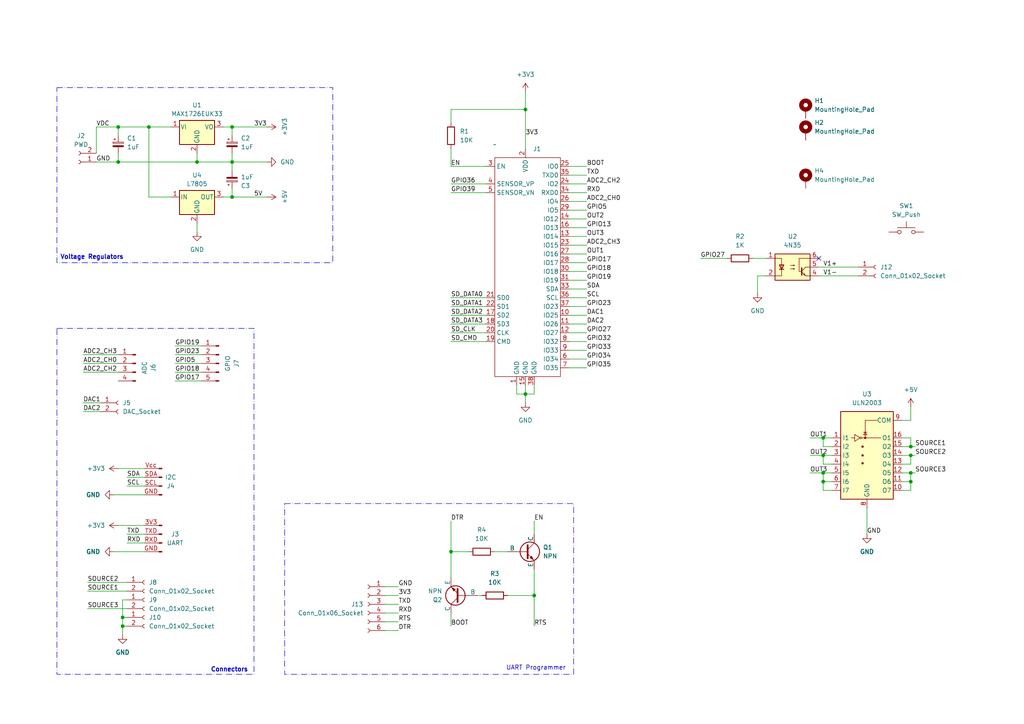
<source format=kicad_sch>
(kicad_sch (version 20231120) (generator "eeschema") (generator_version "8.0")
  (paper "A4")
  (lib_symbols
    (symbol "Alexander_Library_Symbols:Conn_I2C_01x04" (pin_names (offset 1.016) hide)
      (property "Reference" "J" (at 0 5.08 0))
      (property "Value" "I2C" (at 0 -7.62 0))
      (symbol "Conn_I2C_01x04_1_1"
        (polyline (pts (xy 1.27 -5.08) (xy 0.8636 -5.08)) (stroke (width 0.1524)))
        (polyline (pts (xy 1.27 -2.54) (xy 0.8636 -2.54)) (stroke (width 0.1524)))
        (polyline (pts (xy 1.27 0) (xy 0.8636 0)) (stroke (width 0.1524)))
        (polyline (pts (xy 1.27 2.54) (xy 0.8636 2.54)) (stroke (width 0.1524)))
        (rectangle (start 0.8636 -4.953) (end 0 -5.207) (stroke (width 0.1524)) (fill (type outline)))
        (rectangle (start 0.8636 -2.413) (end 0 -2.667) (stroke (width 0.1524)) (fill (type outline)))
        (rectangle (start 0.8636 0.127) (end 0 -0.127) (stroke (width 0.1524)) (fill (type outline)))
        (rectangle (start 0.8636 2.667) (end 0 2.413) (stroke (width 0.1524)) (fill (type outline)))
        (pin power_out line (at 5.08 -5.08 180) (length 3.81) (name "GND") (number "GND"))
        (pin bidirectional line (at 5.08 -2.54 180) (length 3.81) (name "SCL") (number "SCL"))
        (pin bidirectional line (at 5.08 0 180) (length 3.81) (name "SDA") (number "SDA"))
        (pin power_in line (at 5.08 2.54 180) (length 3.81) (name "VCC") (number "Vcc"))
      )
    )
    (symbol "Alexander_Library_Symbols:ESP32-WROOM-32D-SOCKET"
      (property "Reference" "J" (at 0 0 0))
      (symbol "ESP32-WROOM-32D-SOCKET_0_1"
        (rectangle (start 0 -3.81) (end 19.05 -67.31))
      )
      (symbol "ESP32-WROOM-32D-SOCKET_1_1"
        (pin power_out line (at 6.35 -69.85 90) (length 2.54) (name "GND") (number "1"))
        (pin bidirectional line (at 21.59 -49.53 180) (length 2.54) (name "IO25") (number "10"))
        (pin bidirectional line (at 21.59 -52.07 180) (length 2.54) (name "IO26") (number "11"))
        (pin bidirectional line (at 21.59 -54.61 180) (length 2.54) (name "IO27") (number "12"))
        (pin bidirectional line (at 21.59 -26.67 180) (length 2.54) (name "IO14") (number "13"))
        (pin bidirectional line (at 21.59 -21.59 180) (length 2.54) (name "IO12") (number "14"))
        (pin power_out line (at 8.89 -69.85 90) (length 2.54) (name "GND") (number "15"))
        (pin bidirectional line (at 21.59 -24.13 180) (length 2.54) (name "IO13") (number "16"))
        (pin input line (at -2.54 -49.53 0) (length 2.54) (name "SD2") (number "17"))
        (pin input line (at -2.54 -52.07 0) (length 2.54) (name "SD3") (number "18"))
        (pin input line (at -2.54 -57.15 0) (length 2.54) (name "CMD") (number "19"))
        (pin power_in line (at 8.89 -1.27 270) (length 2.54) (name "VDD") (number "2"))
        (pin input line (at -2.54 -54.61 0) (length 2.54) (name "CLK") (number "20"))
        (pin input line (at -2.54 -44.45 0) (length 2.54) (name "SD0") (number "21"))
        (pin input line (at -2.54 -46.99 0) (length 2.54) (name "SD1") (number "22"))
        (pin bidirectional line (at 21.59 -29.21 180) (length 2.54) (name "IO15") (number "23"))
        (pin bidirectional line (at 21.59 -11.43 180) (length 2.54) (name "IO2") (number "24"))
        (pin bidirectional line (at 21.59 -6.35 180) (length 2.54) (name "IO0") (number "25"))
        (pin bidirectional line (at 21.59 -16.51 180) (length 2.54) (name "IO4") (number "26"))
        (pin bidirectional line (at 21.59 -31.75 180) (length 2.54) (name "IO16") (number "27"))
        (pin bidirectional line (at 21.59 -34.29 180) (length 2.54) (name "IO17") (number "28"))
        (pin bidirectional line (at 21.59 -19.05 180) (length 2.54) (name "IO5") (number "29"))
        (pin input line (at -2.54 -6.35 0) (length 2.54) (name "EN") (number "3"))
        (pin bidirectional line (at 21.59 -36.83 180) (length 2.54) (name "IO18") (number "30"))
        (pin bidirectional line (at 21.59 -39.37 180) (length 2.54) (name "IO19") (number "31"))
        (pin bidirectional line (at 21.59 -41.91 180) (length 2.54) (name "SDA") (number "33"))
        (pin input line (at 21.59 -13.97 180) (length 2.54) (name "RXD0") (number "34"))
        (pin output line (at 21.59 -8.89 180) (length 2.54) (name "TXD0") (number "35"))
        (pin bidirectional line (at 21.59 -44.45 180) (length 2.54) (name "SCL") (number "36"))
        (pin bidirectional line (at 21.59 -46.99 180) (length 2.54) (name "IO23") (number "37"))
        (pin power_out line (at 11.43 -69.85 90) (length 2.54) (name "GND") (number "38"))
        (pin input line (at -2.54 -11.43 0) (length 2.54) (name "SENSOR_VP") (number "4"))
        (pin input line (at -2.54 -13.97 0) (length 2.54) (name "SENSOR_VN") (number "5"))
        (pin bidirectional line (at 21.59 -62.23 180) (length 2.54) (name "IO34") (number "6"))
        (pin bidirectional line (at 21.59 -64.77 180) (length 2.54) (name "IO35") (number "7"))
        (pin bidirectional line (at 21.59 -57.15 180) (length 2.54) (name "IO32") (number "8"))
        (pin bidirectional line (at 21.59 -59.69 180) (length 2.54) (name "IO33") (number "9"))
      )
    )
    (symbol "Conn_UART_1" (pin_names (offset 1.016) hide)
      (property "Reference" "J" (at 1.27 3.81 0))
      (property "Value" "UART" (at 2.54 -10.16 0))
      (symbol "Conn_UART_1_1_1"
        (polyline (pts (xy 1.27 -7.62) (xy 0.8636 -7.62)) (stroke (width 0.1524)))
        (polyline (pts (xy 1.27 -5.08) (xy 0.8636 -5.08)) (stroke (width 0.1524)))
        (polyline (pts (xy 1.27 -2.54) (xy 0.8636 -2.54)) (stroke (width 0.1524)))
        (polyline (pts (xy 1.27 0) (xy 0.8636 0)) (stroke (width 0.1524)))
        (rectangle (start 0.8636 -7.493) (end 0 -7.747) (stroke (width 0.1524)) (fill (type outline)))
        (rectangle (start 0.8636 -4.953) (end 0 -5.207) (stroke (width 0.1524)) (fill (type outline)))
        (rectangle (start 0.8636 -2.413) (end 0 -2.667) (stroke (width 0.1524)) (fill (type outline)))
        (rectangle (start 0.8636 0.127) (end 0 -0.127) (stroke (width 0.1524)) (fill (type outline)))
        (pin power_in line (at 5.08 0 180) (length 3.81) (name "3V3") (number "3V3"))
        (pin power_out line (at 5.08 -7.62 180) (length 3.81) (name "GND") (number "GND"))
        (pin input line (at 5.08 -5.08 180) (length 3.81) (name "RXD") (number "RXD"))
        (pin output line (at 5.08 -2.54 180) (length 3.81) (name "TXD") (number "TXD"))
      )
    )
    (symbol "Connector:Conn_01x02_Socket" (pin_names (offset 1.016) hide)
      (property "Reference" "J" (at 0 2.54 0))
      (property "Value" "Conn_01x02_Socket" (at 0 -5.08 0))
      (symbol "Conn_01x02_Socket_1_1"
        (arc (start 0 -2.032) (mid -0.5058 -2.54) (end 0 -3.048) (stroke (width 0.1524)))
        (polyline (pts (xy -1.27 -2.54) (xy -0.508 -2.54)) (stroke (width 0.1524)))
        (polyline (pts (xy -1.27 0) (xy -0.508 0)) (stroke (width 0.1524)))
        (arc (start 0 0.508) (mid -0.5058 0) (end 0 -0.508) (stroke (width 0.1524)))
        (pin passive line (at -5.08 0 0) (length 3.81) (name "Pin_1") (number "1"))
        (pin passive line (at -5.08 -2.54 0) (length 3.81) (name "Pin_2") (number "2"))
      )
    )
    (symbol "Connector:Conn_01x04_Pin" (pin_names (offset 1.016) hide)
      (property "Reference" "J" (at 0 5.08 0))
      (property "Value" "I2C" (at 0 -7.62 0))
      (symbol "Conn_01x04_Pin_1_1"
        (polyline (pts (xy 1.27 -5.08) (xy 0.8636 -5.08)) (stroke (width 0.1524)))
        (polyline (pts (xy 1.27 -2.54) (xy 0.8636 -2.54)) (stroke (width 0.1524)))
        (polyline (pts (xy 1.27 0) (xy 0.8636 0)) (stroke (width 0.1524)))
        (polyline (pts (xy 1.27 2.54) (xy 0.8636 2.54)) (stroke (width 0.1524)))
        (rectangle (start 0.8636 -4.953) (end 0 -5.207) (stroke (width 0.1524)) (fill (type outline)))
        (rectangle (start 0.8636 -2.413) (end 0 -2.667) (stroke (width 0.1524)) (fill (type outline)))
        (rectangle (start 0.8636 0.127) (end 0 -0.127) (stroke (width 0.1524)) (fill (type outline)))
        (rectangle (start 0.8636 2.667) (end 0 2.413) (stroke (width 0.1524)) (fill (type outline)))
        (pin passive line (at 5.08 2.54 180) (length 3.81) (name "Pin_1") (number "1"))
        (pin passive line (at 5.08 0 180) (length 3.81) (name "Pin_2") (number "2"))
        (pin passive line (at 5.08 -2.54 180) (length 3.81) (name "Pin_3") (number "3"))
        (pin passive line (at 5.08 -5.08 180) (length 3.81) (name "Pin_4") (number "4"))
      )
    )
    (symbol "Connector:Conn_01x05_Pin" (pin_names (offset 1.016) hide)
      (property "Reference" "J" (at 0 7.62 0))
      (property "Value" "Conn_01x05_Pin" (at 0 -7.62 0))
      (symbol "Conn_01x05_Pin_1_1"
        (polyline (pts (xy 1.27 -5.08) (xy 0.8636 -5.08)) (stroke (width 0.1524)))
        (polyline (pts (xy 1.27 -2.54) (xy 0.8636 -2.54)) (stroke (width 0.1524)))
        (polyline (pts (xy 1.27 0) (xy 0.8636 0)) (stroke (width 0.1524)))
        (polyline (pts (xy 1.27 2.54) (xy 0.8636 2.54)) (stroke (width 0.1524)))
        (polyline (pts (xy 1.27 5.08) (xy 0.8636 5.08)) (stroke (width 0.1524)))
        (rectangle (start 0.8636 -4.953) (end 0 -5.207) (stroke (width 0.1524)) (fill (type outline)))
        (rectangle (start 0.8636 -2.413) (end 0 -2.667) (stroke (width 0.1524)) (fill (type outline)))
        (rectangle (start 0.8636 0.127) (end 0 -0.127) (stroke (width 0.1524)) (fill (type outline)))
        (rectangle (start 0.8636 2.667) (end 0 2.413) (stroke (width 0.1524)) (fill (type outline)))
        (rectangle (start 0.8636 5.207) (end 0 4.953) (stroke (width 0.1524)) (fill (type outline)))
        (pin passive line (at 5.08 5.08 180) (length 3.81) (name "Pin_1") (number "1"))
        (pin passive line (at 5.08 2.54 180) (length 3.81) (name "Pin_2") (number "2"))
        (pin passive line (at 5.08 0 180) (length 3.81) (name "Pin_3") (number "3"))
        (pin passive line (at 5.08 -2.54 180) (length 3.81) (name "Pin_4") (number "4"))
        (pin passive line (at 5.08 -5.08 180) (length 3.81) (name "Pin_5") (number "5"))
      )
    )
    (symbol "Connector:Conn_01x06_Socket" (pin_names (offset 1.016) hide)
      (property "Reference" "J" (at 0 7.62 0))
      (property "Value" "Conn_01x06_Socket" (at 0 -10.16 0))
      (symbol "Conn_01x06_Socket_1_1"
        (arc (start 0 -7.112) (mid -0.5058 -7.62) (end 0 -8.128) (stroke (width 0.1524)))
        (arc (start 0 -4.572) (mid -0.5058 -5.08) (end 0 -5.588) (stroke (width 0.1524)))
        (arc (start 0 -2.032) (mid -0.5058 -2.54) (end 0 -3.048) (stroke (width 0.1524)))
        (polyline (pts (xy -1.27 -7.62) (xy -0.508 -7.62)) (stroke (width 0.1524)))
        (polyline (pts (xy -1.27 -5.08) (xy -0.508 -5.08)) (stroke (width 0.1524)))
        (polyline (pts (xy -1.27 -2.54) (xy -0.508 -2.54)) (stroke (width 0.1524)))
        (polyline (pts (xy -1.27 0) (xy -0.508 0)) (stroke (width 0.1524)))
        (polyline (pts (xy -1.27 2.54) (xy -0.508 2.54)) (stroke (width 0.1524)))
        (polyline (pts (xy -1.27 5.08) (xy -0.508 5.08)) (stroke (width 0.1524)))
        (arc (start 0 0.508) (mid -0.5058 0) (end 0 -0.508) (stroke (width 0.1524)))
        (arc (start 0 3.048) (mid -0.5058 2.54) (end 0 2.032) (stroke (width 0.1524)))
        (arc (start 0 5.588) (mid -0.5058 5.08) (end 0 4.572) (stroke (width 0.1524)))
        (pin passive line (at -5.08 5.08 0) (length 3.81) (name "Pin_1") (number "1"))
        (pin passive line (at -5.08 2.54 0) (length 3.81) (name "Pin_2") (number "2"))
        (pin passive line (at -5.08 0 0) (length 3.81) (name "Pin_3") (number "3"))
        (pin passive line (at -5.08 -2.54 0) (length 3.81) (name "Pin_4") (number "4"))
        (pin passive line (at -5.08 -5.08 0) (length 3.81) (name "Pin_5") (number "5"))
        (pin passive line (at -5.08 -7.62 0) (length 3.81) (name "Pin_6") (number "6"))
      )
    )
    (symbol "Device:C_Polarized_Small" (pin_numbers hide) (pin_names (offset 0.254) hide)
      (property "Reference" "C" (at 0.254 1.778 0))
      (property "Value" "C_Polarized_Small" (at 0.254 -2.032 0))
      (symbol "C_Polarized_Small_0_1"
        (rectangle (start -1.524 -0.3048) (end 1.524 -0.6858) (fill (type outline)))
        (rectangle (start -1.524 0.6858) (end 1.524 0.3048))
        (polyline (pts (xy -1.27 1.524) (xy -0.762 1.524)))
        (polyline (pts (xy -1.016 1.27) (xy -1.016 1.778)))
      )
      (symbol "C_Polarized_Small_1_1"
        (pin passive line (at 0 2.54 270) (length 1.8542) (name "~") (number "1"))
        (pin passive line (at 0 -2.54 90) (length 1.8542) (name "~") (number "2"))
      )
    )
    (symbol "Device:R" (pin_numbers hide) (pin_names (offset 0))
      (property "Reference" "R" (at 2.032 0 90))
      (property "Value" "R" (at 0 0 90))
      (symbol "R_0_1"
        (rectangle (start -1.016 -2.54) (end 1.016 2.54) (stroke (width 0.254)))
      )
      (symbol "R_1_1"
        (pin passive line (at 0 3.81 270) (length 1.27) (name "~") (number "1"))
        (pin passive line (at 0 -3.81 90) (length 1.27) (name "~") (number "2"))
      )
    )
    (symbol "GND_1" (power) (pin_numbers hide) (pin_names (offset 0) hide)
      (property "Value" "GND" (at 0 -3.81 0))
      (symbol "GND_1_0_1"
        (polyline (pts (xy 0 0) (xy 0 -1.27) (xy 1.27 -1.27) (xy 0 -2.54) (xy -1.27 -1.27) (xy 0 -1.27)))
      )
      (symbol "GND_1_1_1"
        (pin power_in line (at 0 0 270) (length 0) (name "~") (number "1"))
      )
    )
    (symbol "GND_2" (power) (pin_numbers hide) (pin_names (offset 0) hide)
      (property "Value" "GND" (at 0 -3.81 0))
      (symbol "GND_2_0_1"
        (polyline (pts (xy 0 0) (xy 0 -1.27) (xy 1.27 -1.27) (xy 0 -2.54) (xy -1.27 -1.27) (xy 0 -1.27)))
      )
      (symbol "GND_2_1_1"
        (pin power_in line (at 0 0 270) (length 0) (name "~") (number "1"))
      )
    )
    (symbol "Isolator:4N35" (pin_names (offset 1.016))
      (property "Reference" "U" (at -5.08 5.08 0))
      (property "Value" "4N35" (at 0 5.08 0))
      (symbol "4N35_0_1"
        (rectangle (start -5.08 3.81) (end 5.08 -3.81) (stroke (width 0.254)) (fill (type background)))
        (polyline (pts (xy -3.81 -0.635) (xy -2.54 -0.635)) (stroke (width 0.254)))
        (polyline (pts (xy 2.667 -1.397) (xy 3.81 -2.54)))
        (polyline (pts (xy 2.667 -1.143) (xy 3.81 0)))
        (polyline (pts (xy 3.81 -2.54) (xy 5.08 -2.54)))
        (polyline (pts (xy 3.81 0) (xy 5.08 0)))
        (polyline (pts (xy 2.667 -0.254) (xy 2.667 -2.286) (xy 2.667 -2.286)) (stroke (width 0.3556)))
        (polyline (pts (xy -5.08 -2.54) (xy -3.175 -2.54) (xy -3.175 2.54) (xy -5.08 2.54)))
        (polyline (pts (xy -3.175 -0.635) (xy -3.81 0.635) (xy -2.54 0.635) (xy -3.175 -0.635)) (stroke (width 0.254)))
        (polyline (pts (xy 3.683 -2.413) (xy 3.429 -1.905) (xy 3.175 -2.159) (xy 3.683 -2.413)))
        (polyline (pts (xy 5.08 2.54) (xy 1.905 2.54) (xy 1.905 -1.27) (xy 2.54 -1.27)))
        (polyline (pts (xy -0.635 -0.508) (xy 0.635 -0.508) (xy 0.254 -0.635) (xy 0.254 -0.381) (xy 0.635 -0.508)))
        (polyline (pts (xy -0.635 0.508) (xy 0.635 0.508) (xy 0.254 0.381) (xy 0.254 0.635) (xy 0.635 0.508)))
      )
      (symbol "4N35_1_1"
        (pin passive line (at -7.62 2.54 0) (length 2.54) (name "~") (number "1"))
        (pin passive line (at -7.62 -2.54 0) (length 2.54) (name "~") (number "2"))
        (pin no_connect line (at -5.08 0 0) (length 2.54) hide (name "NC") (number "3"))
        (pin passive line (at 7.62 -2.54 180) (length 2.54) (name "~") (number "4"))
        (pin passive line (at 7.62 0 180) (length 2.54) (name "~") (number "5"))
        (pin passive line (at 7.62 2.54 180) (length 2.54) (name "~") (number "6"))
      )
    )
    (symbol "Mechanical:MountingHole_Pad" (pin_numbers hide) (pin_names (offset 1.016) hide)
      (property "Reference" "H" (at 0 6.35 0))
      (property "Value" "MountingHole_Pad" (at 0 4.445 0))
      (symbol "MountingHole_Pad_0_1"
        (circle (center 0 1.27) (radius 1.27) (stroke (width 1.27)))
      )
      (symbol "MountingHole_Pad_1_1"
        (pin input line (at 0 -2.54 90) (length 2.54) (name "1") (number "1"))
      )
    )
    (symbol "Regulator_Linear:L7805" (pin_names (offset 0.254))
      (property "Reference" "U4" (at 0 6.35 0))
      (property "Value" "L7805" (at 0 3.81 0))
      (symbol "L7805_0_1"
        (rectangle (start -5.08 1.905) (end 5.08 -5.08) (stroke (width 0.254)) (fill (type background)))
      )
      (symbol "L7805_1_1"
        (pin power_in line (at -7.62 0 0) (length 2.54) (name "IN") (number "1"))
        (pin power_in line (at 0 -7.62 90) (length 2.54) (name "GND") (number "2"))
        (pin power_out line (at 7.62 0 180) (length 2.54) (name "OUT") (number "3"))
      )
    )
    (symbol "Regulator_Linear:LM78M05_TO220" (pin_names (offset 0.254))
      (property "Reference" "U" (at -3.81 3.175 0))
      (property "Value" "LM78M05_TO220" (at 0 3.175 0))
      (symbol "LM78M05_TO220_0_1"
        (rectangle (start -5.08 1.905) (end 5.08 -5.08) (stroke (width 0.254)) (fill (type background)))
      )
      (symbol "LM78M05_TO220_1_1"
        (pin power_in line (at -7.62 0 0) (length 2.54) (name "VI") (number "1"))
        (pin power_in line (at 0 -7.62 90) (length 2.54) (name "GND") (number "2"))
        (pin power_out line (at 7.62 0 180) (length 2.54) (name "VO") (number "3"))
      )
    )
    (symbol "Simulation_SPICE:NPN" (pin_numbers hide) (pin_names (offset 0))
      (property "Reference" "Q" (at -2.54 7.62 0))
      (property "Value" "NPN" (at -2.54 5.08 0))
      (symbol "NPN_0_1"
        (polyline (pts (xy -2.54 0) (xy 0.635 0)) (stroke (width 0.1524)))
        (polyline (pts (xy 0.635 0.635) (xy 2.54 2.54)))
        (polyline (pts (xy 2.794 -1.27) (xy 2.794 -1.27)) (stroke (width 0.1524)))
        (polyline (pts (xy 2.794 -1.27) (xy 2.794 -1.27)) (stroke (width 0.1524)))
        (polyline (pts (xy 0.635 -0.635) (xy 2.54 -2.54) (xy 2.54 -2.54)))
        (polyline (pts (xy 0.635 1.905) (xy 0.635 -1.905) (xy 0.635 -1.905)) (stroke (width 0.508)))
        (polyline (pts (xy 1.27 -1.778) (xy 1.778 -1.27) (xy 2.286 -2.286) (xy 1.27 -1.778) (xy 1.27 -1.778)) (fill (type outline)))
        (circle (center 1.27 0) (radius 2.8194) (stroke (width 0.254)))
      )
      (symbol "NPN_1_1"
        (pin open_collector line (at 2.54 5.08 270) (length 2.54) (name "C") (number "1"))
        (pin input line (at -5.08 0 0) (length 2.54) (name "B") (number "2"))
        (pin open_emitter line (at 2.54 -5.08 90) (length 2.54) (name "E") (number "3"))
      )
    )
    (symbol "Switch:SW_Push" (pin_numbers hide) (pin_names (offset 1.016) hide)
      (property "Reference" "SW" (at 1.27 2.54 0))
      (property "Value" "SW_Push" (at 0 -1.524 0))
      (symbol "SW_Push_0_1"
        (circle (center -2.032 0) (radius 0.508))
        (polyline (pts (xy 0 1.27) (xy 0 3.048)))
        (polyline (pts (xy 2.54 1.27) (xy -2.54 1.27)))
        (circle (center 2.032 0) (radius 0.508))
        (pin passive line (at -5.08 0 0) (length 2.54) (name "1") (number "1"))
        (pin passive line (at 5.08 0 180) (length 2.54) (name "2") (number "2"))
      )
    )
    (symbol "Transistor_Array:ULN2003"
      (property "Reference" "U" (at 0 15.875 0))
      (property "Value" "ULN2003" (at 0 13.97 0))
      (symbol "ULN2003_0_1"
        (rectangle (start -7.62 -12.7) (end 7.62 12.7) (stroke (width 0.254)) (fill (type background)))
        (circle (center -1.778 5.08) (radius 0.254))
        (circle (center -1.27 -2.286) (radius 0.254) (fill (type outline)))
        (circle (center -1.27 0) (radius 0.254) (fill (type outline)))
        (circle (center -1.27 2.54) (radius 0.254) (fill (type outline)))
        (circle (center -0.508 5.08) (radius 0.254) (fill (type outline)))
        (polyline (pts (xy -4.572 5.08) (xy -3.556 5.08)))
        (polyline (pts (xy -1.524 5.08) (xy 4.064 5.08)))
        (polyline (pts (xy 0 6.731) (xy -1.016 6.731)))
        (polyline (pts (xy -0.508 5.08) (xy -0.508 10.16) (xy 2.921 10.16)))
        (polyline (pts (xy -3.556 6.096) (xy -3.556 4.064) (xy -2.032 5.08) (xy -3.556 6.096)))
        (polyline (pts (xy 0 5.969) (xy -1.016 5.969) (xy -0.508 6.731) (xy 0 5.969)))
      )
      (symbol "ULN2003_1_1"
        (pin input line (at -10.16 5.08 0) (length 2.54) (name "I1") (number "1"))
        (pin open_collector line (at 10.16 -10.16 180) (length 2.54) (name "O7") (number "10"))
        (pin open_collector line (at 10.16 -7.62 180) (length 2.54) (name "O6") (number "11"))
        (pin open_collector line (at 10.16 -5.08 180) (length 2.54) (name "O5") (number "12"))
        (pin open_collector line (at 10.16 -2.54 180) (length 2.54) (name "O4") (number "13"))
        (pin open_collector line (at 10.16 0 180) (length 2.54) (name "O3") (number "14"))
        (pin open_collector line (at 10.16 2.54 180) (length 2.54) (name "O2") (number "15"))
        (pin open_collector line (at 10.16 5.08 180) (length 2.54) (name "O1") (number "16"))
        (pin input line (at -10.16 2.54 0) (length 2.54) (name "I2") (number "2"))
        (pin input line (at -10.16 0 0) (length 2.54) (name "I3") (number "3"))
        (pin input line (at -10.16 -2.54 0) (length 2.54) (name "I4") (number "4"))
        (pin input line (at -10.16 -5.08 0) (length 2.54) (name "I5") (number "5"))
        (pin input line (at -10.16 -7.62 0) (length 2.54) (name "I6") (number "6"))
        (pin input line (at -10.16 -10.16 0) (length 2.54) (name "I7") (number "7"))
        (pin power_in line (at 0 -15.24 90) (length 2.54) (name "GND") (number "8"))
        (pin passive line (at 10.16 10.16 180) (length 2.54) (name "COM") (number "9"))
      )
    )
    (symbol "power:+3V3" (power) (pin_names (offset 0))
      (property "Value" "+3V3" (at 0 3.556 0))
      (symbol "+3V3_0_1"
        (polyline (pts (xy -0.762 1.27) (xy 0 2.54)))
        (polyline (pts (xy 0 0) (xy 0 2.54)))
        (polyline (pts (xy 0 2.54) (xy 0.762 1.27)))
      )
      (symbol "+3V3_1_1"
        (pin power_in line (at 0 0 90) (length 0) hide (name "+3V3") (number "1"))
      )
    )
    (symbol "power:+5V" (power) (pin_names (offset 0))
      (property "Value" "+5V" (at 0 3.556 0))
      (symbol "+5V_0_1"
        (polyline (pts (xy -0.762 1.27) (xy 0 2.54)))
        (polyline (pts (xy 0 0) (xy 0 2.54)))
        (polyline (pts (xy 0 2.54) (xy 0.762 1.27)))
      )
      (symbol "+5V_1_1"
        (pin power_in line (at 0 0 90) (length 0) hide (name "+5V") (number "1"))
      )
    )
    (symbol "power:GND" (power) (pin_names (offset 0))
      (property "Value" "GND" (at 0 -3.81 0))
      (symbol "GND_0_1"
        (polyline (pts (xy 0 0) (xy 0 -1.27) (xy 1.27 -1.27) (xy 0 -2.54) (xy -1.27 -1.27) (xy 0 -1.27)))
      )
      (symbol "GND_1_1"
        (pin power_in line (at 0 0 270) (length 0) hide (name "GND") (number "1"))
      )
    )
  )
  (junction (at 57.15 46.99))
  (junction (at 67.31 46.99))
  (junction (at 34.29 46.99))
  (junction (at 238.76 139.7))
  (junction (at 152.4 31.75))
  (junction (at 264.16 129.54))
  (junction (at 238.76 137.16))
  (junction (at 67.31 57.15))
  (junction (at 238.76 132.08))
  (junction (at 264.16 137.16))
  (junction (at 130.81 160.02))
  (junction (at 264.16 139.7))
  (junction (at 43.18 36.83))
  (junction (at 154.94 172.72))
  (junction (at 35.56 179.07))
  (junction (at 264.16 132.08))
  (junction (at 67.31 36.83))
  (junction (at 35.56 181.61))
  (junction (at 34.29 36.83))
  (junction (at 238.76 127))
  (junction (at 152.4 114.3))
  (no_connect (at 237.49 74.93))
  (wire (pts (xy 165.1 53.34) (xy 170.18 53.34)))
  (wire (pts (xy 57.15 64.77) (xy 57.15 67.31)))
  (wire (pts (xy 130.81 96.52) (xy 140.97 96.52)))
  (wire (pts (xy 35.56 173.99) (xy 35.56 179.07)))
  (wire (pts (xy 36.83 140.97) (xy 41.91 140.97)))
  (wire (pts (xy 111.76 180.34) (xy 115.57 180.34)))
  (wire (pts (xy 25.4 168.91) (xy 36.83 168.91)))
  (wire (pts (xy 165.1 58.42) (xy 170.18 58.42)))
  (wire (pts (xy 130.81 160.02) (xy 135.89 160.02)))
  (wire (pts (xy 130.81 93.98) (xy 140.97 93.98)))
  (wire (pts (xy 49.53 57.15) (xy 43.18 57.15)))
  (wire (pts (xy 36.83 154.94) (xy 41.91 154.94)))
  (wire (pts (xy 154.94 151.13) (xy 154.94 154.94)))
  (wire (pts (xy 152.4 26.67) (xy 152.4 31.75)))
  (wire (pts (xy 165.1 73.66) (xy 170.18 73.66)))
  (wire (pts (xy 165.1 76.2) (xy 170.18 76.2)))
  (wire (pts (xy 34.29 135.89) (xy 41.91 135.89)))
  (wire (pts (xy 35.56 179.07) (xy 35.56 181.61)))
  (wire (pts (xy 143.51 160.02) (xy 147.32 160.02)))
  (wire (pts (xy 57.15 44.45) (xy 57.15 46.99)))
  (wire (pts (xy 165.1 99.06) (xy 170.18 99.06)))
  (wire (pts (xy 34.29 107.95) (xy 24.13 107.95)))
  (wire (pts (xy 241.3 137.16) (xy 238.76 137.16)))
  (wire (pts (xy 149.86 114.3) (xy 152.4 114.3)))
  (wire (pts (xy 58.42 102.87) (xy 50.8 102.87)))
  (wire (pts (xy 67.31 44.45) (xy 67.31 46.99)))
  (wire (pts (xy 241.3 134.62) (xy 238.76 134.62)))
  (wire (pts (xy 34.29 102.87) (xy 24.13 102.87)))
  (wire (pts (xy 165.1 48.26) (xy 170.18 48.26)))
  (wire (pts (xy 264.16 121.92) (xy 261.62 121.92)))
  (wire (pts (xy 234.95 137.16) (xy 238.76 137.16)))
  (wire (pts (xy 238.76 142.24) (xy 238.76 139.7)))
  (wire (pts (xy 58.42 105.41) (xy 50.8 105.41)))
  (wire (pts (xy 165.1 101.6) (xy 170.18 101.6)))
  (wire (pts (xy 140.97 48.26) (xy 130.81 48.26)))
  (wire (pts (xy 111.76 182.88) (xy 115.57 182.88)))
  (wire (pts (xy 149.86 111.76) (xy 149.86 114.3)))
  (wire (pts (xy 43.18 36.83) (xy 49.53 36.83)))
  (wire (pts (xy 24.13 116.84) (xy 29.21 116.84)))
  (wire (pts (xy 130.81 55.88) (xy 140.97 55.88)))
  (wire (pts (xy 130.81 31.75) (xy 130.81 35.56)))
  (wire (pts (xy 264.16 142.24) (xy 264.16 139.7)))
  (wire (pts (xy 34.29 152.4) (xy 41.91 152.4)))
  (wire (pts (xy 34.29 36.83) (xy 34.29 39.37)))
  (wire (pts (xy 34.29 44.45) (xy 34.29 46.99)))
  (wire (pts (xy 152.4 114.3) (xy 152.4 116.84)))
  (wire (pts (xy 130.81 88.9) (xy 140.97 88.9)))
  (wire (pts (xy 264.16 118.11) (xy 264.16 121.92)))
  (wire (pts (xy 25.4 171.45) (xy 36.83 171.45)))
  (wire (pts (xy 261.62 132.08) (xy 264.16 132.08)))
  (wire (pts (xy 130.81 86.36) (xy 140.97 86.36)))
  (wire (pts (xy 165.1 104.14) (xy 170.18 104.14)))
  (wire (pts (xy 237.49 80.01) (xy 248.92 80.01)))
  (wire (pts (xy 43.18 36.83) (xy 43.18 57.15)))
  (wire (pts (xy 218.44 74.93) (xy 222.25 74.93)))
  (wire (pts (xy 36.83 173.99) (xy 35.56 173.99)))
  (wire (pts (xy 67.31 57.15) (xy 77.47 57.15)))
  (wire (pts (xy 264.16 139.7) (xy 264.16 137.16)))
  (wire (pts (xy 67.31 46.99) (xy 77.47 46.99)))
  (wire (pts (xy 154.94 165.1) (xy 154.94 172.72)))
  (wire (pts (xy 264.16 129.54) (xy 264.16 127)))
  (wire (pts (xy 165.1 88.9) (xy 170.18 88.9)))
  (wire (pts (xy 36.83 181.61) (xy 35.56 181.61)))
  (wire (pts (xy 25.4 176.53) (xy 36.83 176.53)))
  (wire (pts (xy 165.1 96.52) (xy 170.18 96.52)))
  (wire (pts (xy 35.56 181.61) (xy 35.56 184.15)))
  (wire (pts (xy 64.77 57.15) (xy 67.31 57.15)))
  (wire (pts (xy 241.3 132.08) (xy 238.76 132.08)))
  (wire (pts (xy 41.91 143.51) (xy 33.02 143.51)))
  (wire (pts (xy 261.62 129.54) (xy 264.16 129.54)))
  (wire (pts (xy 36.83 157.48) (xy 41.91 157.48)))
  (wire (pts (xy 130.81 31.75) (xy 152.4 31.75)))
  (wire (pts (xy 67.31 46.99) (xy 67.31 49.53)))
  (wire (pts (xy 165.1 50.8) (xy 170.18 50.8)))
  (wire (pts (xy 64.77 36.83) (xy 67.31 36.83)))
  (wire (pts (xy 165.1 93.98) (xy 170.18 93.98)))
  (wire (pts (xy 58.42 107.95) (xy 50.8 107.95)))
  (wire (pts (xy 251.46 147.32) (xy 251.46 154.94)))
  (wire (pts (xy 264.16 132.08) (xy 265.43 132.08)))
  (wire (pts (xy 111.76 175.26) (xy 115.57 175.26)))
  (wire (pts (xy 57.15 46.99) (xy 67.31 46.99)))
  (wire (pts (xy 154.94 172.72) (xy 154.94 181.61)))
  (wire (pts (xy 111.76 177.8) (xy 115.57 177.8)))
  (wire (pts (xy 237.49 77.47) (xy 248.92 77.47)))
  (wire (pts (xy 165.1 81.28) (xy 170.18 81.28)))
  (wire (pts (xy 261.62 127) (xy 264.16 127)))
  (wire (pts (xy 130.81 99.06) (xy 140.97 99.06)))
  (wire (pts (xy 264.16 137.16) (xy 265.43 137.16)))
  (wire (pts (xy 67.31 39.37) (xy 67.31 36.83)))
  (wire (pts (xy 165.1 55.88) (xy 170.18 55.88)))
  (wire (pts (xy 27.94 36.83) (xy 34.29 36.83)))
  (wire (pts (xy 165.1 66.04) (xy 170.18 66.04)))
  (wire (pts (xy 165.1 83.82) (xy 170.18 83.82)))
  (wire (pts (xy 264.16 129.54) (xy 265.43 129.54)))
  (wire (pts (xy 154.94 172.72) (xy 147.32 172.72)))
  (wire (pts (xy 130.81 151.13) (xy 130.81 160.02)))
  (wire (pts (xy 130.81 53.34) (xy 140.97 53.34)))
  (wire (pts (xy 41.91 160.02) (xy 33.02 160.02)))
  (wire (pts (xy 165.1 71.12) (xy 170.18 71.12)))
  (wire (pts (xy 203.2 74.93) (xy 210.82 74.93)))
  (wire (pts (xy 261.62 134.62) (xy 264.16 134.62)))
  (wire (pts (xy 165.1 63.5) (xy 170.18 63.5)))
  (wire (pts (xy 261.62 142.24) (xy 264.16 142.24)))
  (wire (pts (xy 165.1 91.44) (xy 170.18 91.44)))
  (wire (pts (xy 165.1 106.68) (xy 170.18 106.68)))
  (wire (pts (xy 241.3 139.7) (xy 238.76 139.7)))
  (wire (pts (xy 67.31 54.61) (xy 67.31 57.15)))
  (wire (pts (xy 264.16 134.62) (xy 264.16 132.08)))
  (wire (pts (xy 152.4 31.75) (xy 152.4 43.18)))
  (wire (pts (xy 138.43 172.72) (xy 139.7 172.72)))
  (wire (pts (xy 238.76 134.62) (xy 238.76 132.08)))
  (wire (pts (xy 219.71 85.09) (xy 219.71 80.01)))
  (wire (pts (xy 111.76 170.18) (xy 115.57 170.18)))
  (wire (pts (xy 165.1 68.58) (xy 170.18 68.58)))
  (wire (pts (xy 24.13 119.38) (xy 29.21 119.38)))
  (wire (pts (xy 154.94 114.3) (xy 152.4 114.3)))
  (wire (pts (xy 238.76 129.54) (xy 238.76 127)))
  (wire (pts (xy 130.81 177.8) (xy 130.81 181.61)))
  (wire (pts (xy 234.95 132.08) (xy 238.76 132.08)))
  (wire (pts (xy 111.76 172.72) (xy 115.57 172.72)))
  (wire (pts (xy 165.1 60.96) (xy 170.18 60.96)))
  (wire (pts (xy 241.3 127) (xy 238.76 127)))
  (wire (pts (xy 154.94 111.76) (xy 154.94 114.3)))
  (wire (pts (xy 261.62 139.7) (xy 264.16 139.7)))
  (wire (pts (xy 261.62 137.16) (xy 264.16 137.16)))
  (wire (pts (xy 234.95 127) (xy 238.76 127)))
  (wire (pts (xy 165.1 78.74) (xy 170.18 78.74)))
  (wire (pts (xy 238.76 139.7) (xy 238.76 137.16)))
  (wire (pts (xy 58.42 110.49) (xy 50.8 110.49)))
  (wire (pts (xy 36.83 138.43) (xy 41.91 138.43)))
  (wire (pts (xy 165.1 86.36) (xy 170.18 86.36)))
  (wire (pts (xy 34.29 36.83) (xy 43.18 36.83)))
  (wire (pts (xy 130.81 91.44) (xy 140.97 91.44)))
  (wire (pts (xy 130.81 160.02) (xy 130.81 167.64)))
  (wire (pts (xy 130.81 43.18) (xy 130.81 48.26)))
  (wire (pts (xy 58.42 100.33) (xy 50.8 100.33)))
  (wire (pts (xy 67.31 36.83) (xy 77.47 36.83)))
  (wire (pts (xy 27.94 46.99) (xy 34.29 46.99)))
  (wire (pts (xy 34.29 105.41) (xy 24.13 105.41)))
  (wire (pts (xy 241.3 142.24) (xy 238.76 142.24)))
  (wire (pts (xy 219.71 80.01) (xy 222.25 80.01)))
  (wire (pts (xy 241.3 129.54) (xy 238.76 129.54)))
  (wire (pts (xy 35.56 179.07) (xy 36.83 179.07)))
  (wire (pts (xy 152.4 111.76) (xy 152.4 114.3)))
  (wire (pts (xy 34.29 46.99) (xy 57.15 46.99)))
  (wire (pts (xy 27.94 36.83) (xy 27.94 44.45)))
  (rectangle (start 82.55 146.05) (end 166.37 195.58) (stroke (width 0) (type dash_dot)))
  (rectangle (start 16.51 95.25) (end 73.66 195.58) (stroke (width 0) (type dash_dot)))
  (rectangle (start 16.51 25.4) (end 96.52 76.2) (stroke (width 0) (type dash_dot)))
  (text "Voltage Regulators" (at 26.67 73.914 0) (effects (font (size 1.27 1.27) (thickness 0.254) (bold yes)) (justify top)))
  (text "UART Programmer" (at 155.448 193.802 0) (effects (font (size 1.27 1.27))))
  (text "Connectors\n" (at 66.548 194.31 0) (effects (font (size 1.27 1.27) (thickness 0.254) (bold yes))))
  (label "ADC2_CH3" (at 24.13 102.87 0))
  (label "ADC2_CH0" (at 24.13 105.41 0))
  (label "SD_DATA1" (at 130.81 88.9 0))
  (label "SOURCE1" (at 25.4 171.45 0))
  (label "TXD" (at 115.57 175.26 0))
  (label "GPIO27" (at 170.18 96.52 0))
  (label "GPIO5" (at 170.18 60.96 0))
  (label "ADC2_CH2" (at 24.13 107.95 0))
  (label "RTS" (at 154.94 181.61 0))
  (label "ADC2_CH2" (at 170.18 53.34 0))
  (label "OUT1" (at 170.18 73.66 0))
  (label "OUT2" (at 170.18 63.5 0))
  (label "3V3" (at 115.57 172.72 0))
  (label "SD_DATA0" (at 130.81 86.36 0))
  (label "EN" (at 154.94 151.13 0))
  (label "GPIO23" (at 170.18 88.9 0))
  (label "VDC" (at 27.94 36.83 0))
  (label "GPIO13" (at 170.18 66.04 0))
  (label "SOURCE3" (at 25.4 176.53 0))
  (label "SD_CLK" (at 130.81 96.52 0))
  (label "DAC2" (at 24.13 119.38 0))
  (label "TXD" (at 170.18 50.8 0))
  (label "OUT2" (at 234.95 132.08 0))
  (label "SDA" (at 170.18 83.82 0))
  (label "SD_CMD" (at 130.81 99.06 0))
  (label "SD_DATA3" (at 130.81 93.98 0))
  (label "GPIO17" (at 170.18 76.2 0))
  (label "GPIO23" (at 50.8 102.87 0))
  (label "GPIO5" (at 50.8 105.41 0))
  (label "DTR" (at 130.81 151.13 0))
  (label "SD_DATA2" (at 130.81 91.44 0))
  (label "GPIO34" (at 170.18 104.14 0))
  (label "OUT3" (at 170.18 68.58 0))
  (label "RTS" (at 115.57 180.34 0))
  (label "SCL" (at 170.18 86.36 0))
  (label "GPIO18" (at 170.18 78.74 0))
  (label "V1-" (at 238.76 80.01 0))
  (label "BOOT" (at 130.81 181.61 0))
  (label "RXD" (at 36.83 157.48 0))
  (label "GPIO27" (at 203.2 74.93 0))
  (label "SCL" (at 36.83 140.97 0))
  (label "GND" (at 115.57 170.18 0))
  (label "GPIO33" (at 170.18 101.6 0))
  (label "3V3" (at 152.4 39.37 0))
  (label "ADC2_CH3" (at 170.18 71.12 0))
  (label "GPIO35" (at 170.18 106.68 0))
  (label "GPIO39" (at 130.81 55.88 0))
  (label "SOURCE1" (at 265.43 129.54 0))
  (label "OUT3" (at 234.95 137.16 0))
  (label "GPIO17" (at 50.8 110.49 0))
  (label "GPIO18" (at 50.8 107.95 0))
  (label "SOURCE2" (at 265.43 132.08 0))
  (label "BOOT" (at 170.18 48.26 0))
  (label "RXD" (at 115.57 177.8 0))
  (label "SOURCE3" (at 265.43 137.16 0))
  (label "DTR" (at 115.57 182.88 0))
  (label "ADC2_CH0" (at 170.18 58.42 0))
  (label "5V" (at 73.66 57.15 0))
  (label "GPIO32" (at 170.18 99.06 0))
  (label "DAC2" (at 170.18 93.98 0))
  (label "DAC1" (at 170.18 91.44 0))
  (label "3V3" (at 73.66 36.83 0))
  (label "SDA" (at 36.83 138.43 0))
  (label "GPIO19" (at 50.8 100.33 0))
  (label "OUT1" (at 234.95 127 0))
  (label "GPIO36" (at 130.81 53.34 0))
  (label "GPIO19" (at 170.18 81.28 0))
  (label "GND" (at 27.94 46.99 0))
  (label "V1+" (at 238.76 77.47 0))
  (label "DAC1" (at 24.13 116.84 0))
  (label "EN" (at 130.81 48.26 0))
  (label "GND" (at 251.46 154.94 0))
  (label "TXD" (at 36.83 154.94 0))
  (label "SOURCE2" (at 25.4 168.91 0))
  (label "RXD" (at 170.18 55.88 0))
  (symbol (lib_id "Connector:Conn_01x02_Socket") (at 34.29 116.84 0) (unit 1)
    (property "Reference" "J5" (at 35.56 116.84 0) (effects (justify left)))
    (property "Value" "DAC_Socket" (at 35.56 119.38 0) (effects (justify left)))
    (property "Footprint" "Connector_PinSocket_2.54mm:PinSocket_1x02_P2.54mm_Vertical" (effects (hide yes)))
  )
  (symbol (lib_id "power:GND") (at 77.47 46.99 90) (unit 1)
    (property "Reference" "#PWR03" (effects (hide yes)))
    (property "Value" "GND" (at 81.28 46.9899 90) (effects (justify right)))
  )
  (symbol (lib_id "Device:R") (at 143.51 172.72 270) (unit 1)
    (property "Reference" "R3" (at 143.51 166.37 90))
    (property "Value" "10K" (at 143.51 168.91 90))
    (property "Footprint" "Resistor_SMD:R_1210_3225Metric_Pad1.30x2.65mm_HandSolder" (effects (hide yes)))
    (property "Description" "Resistor" (effects (hide yes)))
  )
  (symbol (lib_id "power:+3V3") (at 34.29 152.4 90) (unit 1)
    (property "Reference" "#PWR06" (effects (hide yes)))
    (property "Value" "+3V3" (at 30.48 152.3999 90) (effects (justify left)))
  )
  (symbol (lib_id "power:+3V3") (at 34.29 135.89 90) (unit 1)
    (property "Reference" "#PWR08" (effects (hide yes)))
    (property "Value" "+3V3" (at 30.48 135.89 90) (effects (justify left)))
  )
  (symbol (lib_id "power:+5V") (at 264.16 118.11 0) (unit 1)
    (property "Reference" "#PWR012" (effects (hide yes)))
    (property "Value" "+5V" (at 264.16 113.03 0))
  )
  (symbol (lib_id "Transistor_Array:ULN2003") (at 251.46 132.08 0) (unit 1)
    (property "Reference" "U3" (at 251.46 114.3 0))
    (property "Value" "ULN2003" (at 251.46 116.84 0))
    (property "Footprint" "Package_DIP:DIP-16_W7.62mm" (effects (hide yes)))
    (property "Datasheet" "http://www.ti.com/lit/ds/symlink/uln2003a.pdf" (effects (hide yes)))
  )
  (symbol (lib_id "Device:R") (at 139.7 160.02 270) (unit 1)
    (property "Reference" "R4" (at 139.7 153.67 90))
    (property "Value" "10K" (at 139.7 156.21 90))
    (property "Footprint" "Resistor_SMD:R_1210_3225Metric_Pad1.30x2.65mm_HandSolder" (effects (hide yes)))
    (property "Description" "Resistor" (effects (hide yes)))
  )
  (symbol (lib_name "Conn_UART_1") (lib_id "Alexander_Library_Symbols:Conn_UART") (at 46.99 152.4 0) (mirror y) (unit 1)
    (property "Reference" "J3" (at 50.8 154.94 0))
    (property "Value" "UART" (at 50.8 157.48 0))
    (property "Footprint" "Alexander Footprints Library:Conn_UART" (effects (hide yes)))
  )
  (symbol (lib_id "Device:C_Polarized_Small") (at 67.31 52.07 0) (mirror x) (unit 1)
    (property "Reference" "C3" (at 69.85 53.8861 0) (effects (justify left)))
    (property "Value" "1uF" (at 69.85 51.3461 0) (effects (justify left)))
    (property "Footprint" "Capacitor_THT:CP_Radial_D4.0mm_P2.00mm" (effects (hide yes)))
  )
  (symbol (lib_id "Device:C_Polarized_Small") (at 34.29 41.91 0) (unit 1)
    (property "Reference" "C1" (at 36.83 40.0939 0) (effects (justify left)))
    (property "Value" "1uF" (at 36.83 42.6339 0) (effects (justify left)))
    (property "Footprint" "Capacitor_THT:CP_Radial_D4.0mm_P2.00mm" (effects (hide yes)))
  )
  (symbol (lib_id "Device:R") (at 214.63 74.93 90) (unit 1)
    (property "Reference" "R2" (at 214.63 68.58 90))
    (property "Value" "1K" (at 214.63 71.12 90))
    (property "Footprint" "Resistor_SMD:R_1210_3225Metric_Pad1.30x2.65mm_HandSolder" (effects (hide yes)))
  )
  (symbol (lib_id "power:GND") (at 33.02 143.51 270) (unit 1)
    (property "Reference" "#PWR09" (effects (hide yes)))
    (property "Value" "GND" (at 29.21 143.51 90) (effects (font (bold yes)) (justify right)))
  )
  (symbol (lib_id "power:GND") (at 33.02 160.02 270) (unit 1)
    (property "Reference" "#PWR07" (effects (hide yes)))
    (property "Value" "GND" (at 29.21 160.02 90) (effects (font (bold yes)) (justify right)))
  )
  (symbol (lib_id "Connector:Conn_01x05_Pin") (at 63.5 105.41 0) (mirror y) (unit 1)
    (property "Reference" "J7" (at 68.58 105.41 90))
    (property "Value" "GPIO" (at 66.04 105.41 90))
    (property "Footprint" "Connector_PinSocket_2.54mm:PinSocket_1x05_P2.54mm_Vertical" (effects (hide yes)))
  )
  (symbol (lib_id "Connector:Conn_01x02_Socket") (at 254 77.47 0) (unit 1)
    (property "Reference" "J12" (at 255.27 77.4699 0) (effects (justify left)))
    (property "Value" "Conn_01x02_Socket" (at 255.27 80.0099 0) (effects (justify left)))
    (property "Footprint" "Connector_PinSocket_2.54mm:PinSocket_1x02_P2.54mm_Vertical" (effects (hide yes)))
    (property "Description" "Generic connector, single row, 01x02, script generated" (effects (hide yes)))
  )
  (symbol (lib_id "Mechanical:MountingHole_Pad") (at 233.68 38.1 0) (unit 1)
    (property "Reference" "H2" (at 236.22 35.56 0) (effects (justify left)))
    (property "Value" "MountingHole_Pad" (at 236.22 38.1 0) (effects (justify left)))
    (property "Footprint" "MountingHole:MountingHole_3mm" (effects (hide yes)))
  )
  (symbol (lib_id "power:GND") (at 251.46 154.94 0) (unit 1)
    (property "Reference" "#PWR010" (effects (hide yes)))
    (property "Value" "GND" (at 251.46 160.02 0) (effects (font (bold yes))))
  )
  (symbol (lib_id "Connector:Conn_01x02_Socket") (at 41.91 173.99 0) (unit 1)
    (property "Reference" "J9" (at 43.18 173.99 0) (effects (justify left)))
    (property "Value" "Conn_01x02_Socket" (at 43.18 176.53 0) (effects (justify left)))
    (property "Footprint" "Alexander Footprints Library:Conn_Terminal_5mm" (effects (hide yes)))
  )
  (symbol (lib_id "Connector:Conn_01x04_Pin") (at 39.37 105.41 0) (mirror y) (unit 1)
    (property "Reference" "J6" (at 44.45 106.68 90))
    (property "Value" "ADC" (at 41.91 106.68 90))
    (property "Footprint" "Connector_PinSocket_2.54mm:PinSocket_1x04_P2.54mm_Vertical" (effects (hide yes)))
  )
  (symbol (lib_name "GND_1") (lib_id "power:GND") (at 35.56 184.15 0) (unit 1)
    (property "Reference" "#PWR014" (effects (hide yes)))
    (property "Value" "GND" (at 35.56 189.23 0) (effects (font (bold yes))))
    (property "Description" "Power symbol creates a global label with name \"GND\" , ground" (effects (hide yes)))
  )
  (symbol (lib_id "Connector:Conn_01x02_Socket") (at 41.91 179.07 0) (unit 1)
    (property "Reference" "J10" (at 43.18 179.07 0) (effects (justify left)))
    (property "Value" "Conn_01x02_Socket" (at 43.18 181.61 0) (effects (justify left)))
    (property "Footprint" "Alexander Footprints Library:Conn_Terminal_5mm" (effects (hide yes)))
  )
  (symbol (lib_id "Connector:Conn_01x02_Socket") (at 41.91 168.91 0) (unit 1)
    (property "Reference" "J8" (at 43.18 168.91 0) (effects (justify left)))
    (property "Value" "Conn_01x02_Socket" (at 43.18 171.45 0) (effects (justify left)))
    (property "Footprint" "Alexander Footprints Library:Conn_Terminal_5mm" (effects (hide yes)))
  )
  (symbol (lib_id "Connector:Conn_01x02_Socket") (at 22.86 46.99 180) (unit 1)
    (property "Reference" "J2" (at 23.495 39.37 0))
    (property "Value" "PWD" (at 23.495 41.91 0))
    (property "Footprint" "Connector_PinSocket_2.54mm:PinSocket_1x02_P2.54mm_Vertical" (effects (hide yes)))
  )
  (symbol (lib_id "Regulator_Linear:L7805") (at 57.15 57.15 0) (unit 1)
    (property "Reference" "U4" (at 57.15 50.8 0))
    (property "Value" "L7805" (at 57.15 53.34 0))
    (property "Footprint" "Alexander Footprints Library:LD1117" (effects (hide yes)))
    (property "Datasheet" "datasheets/Voltage-Regulator_L7805.pdf" (effects (hide yes)))
    (property "Description" "Voltage Regulator 1.5A Positive" (effects (hide yes)))
  )
  (symbol (lib_id "Simulation_SPICE:NPN") (at 152.4 160.02 0) (unit 1)
    (property "Reference" "Q1" (at 157.48 158.7499 0) (effects (justify left)))
    (property "Value" "NPN" (at 157.48 161.2899 0) (effects (justify left)))
    (property "Footprint" "Package_TO_SOT_THT:TO-92" (effects (hide yes)))
    (property "Datasheet" "https://ngspice.sourceforge.io/docs/ngspice-html-manual/manual.xhtml#cha_BJTs" (effects (hide yes)))
    (property "Description" "Bipolar transistor symbol for simulation only, substrate tied to the emitter" (effects (hide yes)))
    (property "Sim.Device" "NPN" (effects (hide yes)))
    (property "Sim.Type" "GUMMELPOON" (effects (hide yes)))
    (property "Sim.Pins" "1=C 2=B 3=E" (effects (hide yes)))
  )
  (symbol (lib_id "power:GND") (at 57.15 67.31 0) (unit 1)
    (property "Reference" "#PWR013" (effects (hide yes)))
    (property "Value" "GND" (at 57.15 72.39 0))
  )
  (symbol (lib_id "Device:C_Polarized_Small") (at 67.31 41.91 0) (unit 1)
    (property "Reference" "C2" (at 69.85 40.0939 0) (effects (justify left)))
    (property "Value" "1uF" (at 69.85 42.6339 0) (effects (justify left)))
    (property "Footprint" "Capacitor_THT:CP_Radial_D4.0mm_P2.00mm" (effects (hide yes)))
  )
  (symbol (lib_id "Switch:SW_Push") (at 262.89 67.31 0) (unit 1)
    (property "Reference" "SW1" (at 262.89 59.69 0))
    (property "Value" "SW_Push" (at 262.89 62.23 0))
    (property "Description" "Push button switch, generic, two pins" (effects (hide yes)))
  )
  (symbol (lib_id "power:+3V3") (at 152.4 26.67 0) (unit 1)
    (property "Reference" "#PWR02" (effects (hide yes)))
    (property "Value" "+3V3" (at 152.4 21.59 0))
  )
  (symbol (lib_id "Simulation_SPICE:NPN") (at 133.35 172.72 180) (unit 1)
    (property "Reference" "Q2" (at 128.27 173.9901 0) (effects (justify left)))
    (property "Value" "NPN" (at 128.27 171.4501 0) (effects (justify left)))
    (property "Footprint" "Package_TO_SOT_THT:TO-92" (effects (hide yes)))
    (property "Datasheet" "https://ngspice.sourceforge.io/docs/ngspice-html-manual/manual.xhtml#cha_BJTs" (effects (hide yes)))
    (property "Description" "Bipolar transistor symbol for simulation only, substrate tied to the emitter" (effects (hide yes)))
    (property "Sim.Device" "NPN" (effects (hide yes)))
    (property "Sim.Type" "GUMMELPOON" (effects (hide yes)))
    (property "Sim.Pins" "1=C 2=B 3=E" (effects (hide yes)))
  )
  (symbol (lib_id "power:+5V") (at 77.47 57.15 270) (unit 1)
    (property "Reference" "#PWR05" (effects (hide yes)))
    (property "Value" "+5V" (at 82.55 57.15 0))
  )
  (symbol (lib_id "Mechanical:MountingHole_Pad") (at 233.68 31.75 0) (unit 1)
    (property "Reference" "H1" (at 236.22 29.21 0) (effects (justify left)))
    (property "Value" "MountingHole_Pad" (at 236.22 31.75 0) (effects (justify left)))
    (property "Footprint" "MountingHole:MountingHole_3mm" (effects (hide yes)))
  )
  (symbol (lib_id "Regulator_Linear:LM78M05_TO220") (at 57.15 36.83 0) (unit 1)
    (property "Reference" "U1" (at 57.15 30.48 0))
    (property "Value" "MAX1726EUK33" (at 57.15 33.02 0))
    (property "Footprint" "Package_TO_SOT_SMD:SOT-223-3_TabPin2" (effects (hide yes)))
    (property "Datasheet" "https://www.onsemi.com/pub/Collateral/MC78M00-D.PDF" (effects (hide yes)))
  )
  (symbol (lib_id "Mechanical:MountingHole_Pad") (at 233.68 52.07 0) (unit 1)
    (property "Reference" "H4" (at 236.22 49.53 0) (effects (justify left)))
    (property "Value" "MountingHole_Pad" (at 236.22 52.07 0) (effects (justify left)))
    (property "Footprint" "MountingHole:MountingHole_3mm" (effects (hide yes)))
  )
  (symbol (lib_id "Isolator:4N35") (at 229.87 77.47 0) (unit 1)
    (property "Reference" "U2" (at 229.87 68.58 0))
    (property "Value" "4N35" (at 229.87 71.12 0))
    (property "Footprint" "Package_DIP:DIP-6_W7.62mm" (effects (hide yes)))
    (property "Datasheet" "https://www.vishay.com/docs/81181/4n35.pdf" (effects (hide yes)))
    (property "Description" "Optocoupler, Phototransistor Output, with Base Connection, Vce 70V, CTR 100%, Viso 5000V, DIP6" (effects (hide yes)))
  )
  (symbol (lib_id "power:+3V3") (at 77.47 36.83 270) (unit 1)
    (property "Reference" "#PWR04" (effects (hide yes)))
    (property "Value" "+3V3" (at 82.55 36.83 0))
  )
  (symbol (lib_id "Alexander_Library_Symbols:Conn_I2C_01x04") (at 46.99 138.43 0) (mirror y) (unit 1)
    (property "Reference" "J4" (at 49.53 140.97 0))
    (property "Value" "I2C" (at 49.53 138.43 0))
    (property "Footprint" "Alexander Footprints Library:Conn_I2C" (effects (hide yes)))
  )
  (symbol (lib_id "Device:R") (at 130.81 39.37 0) (unit 1)
    (property "Reference" "R1" (at 133.35 38.1 0) (effects (justify left)))
    (property "Value" "10K" (at 133.35 40.64 0) (effects (justify left)))
    (property "Footprint" "Resistor_SMD:R_1210_3225Metric_Pad1.30x2.65mm_HandSolder" (effects (hide yes)))
  )
  (symbol (lib_name "GND_2") (lib_id "power:GND") (at 219.71 85.09 0) (unit 1)
    (property "Reference" "#PWR011" (effects (hide yes)))
    (property "Value" "GND" (at 219.71 90.17 0))
    (property "Description" "Power symbol creates a global label with name \"GND\" , ground" (effects (hide yes)))
  )
  (symbol (lib_id "Connector:Conn_01x06_Socket") (at 106.68 175.26 0) (mirror y) (unit 1)
    (property "Reference" "J13" (at 105.41 175.2599 0) (effects (justify left)))
    (property "Value" "Conn_01x06_Socket" (at 105.41 177.7999 0) (effects (justify left)))
    (property "Footprint" "Connector_PinSocket_2.54mm:PinSocket_1x06_P2.54mm_Vertical" (effects (hide yes)))
    (property "Description" "Generic connector, single row, 01x06, script generated" (effects (hide yes)))
  )
  (symbol (lib_id "power:GND") (at 152.4 116.84 0) (unit 1)
    (property "Reference" "#PWR01" (effects (hide yes)))
    (property "Value" "GND" (at 152.4 121.92 0))
  )
  (symbol (lib_id "Alexander_Library_Symbols:ESP32-WROOM-32D-SOCKET") (at 143.51 41.91 0) (unit 1)
    (property "Reference" "J1" (at 154.5941 43.18 0) (effects (justify left)))
    (property "Value" "~" (at 143.51 41.91 0))
    (property "Footprint" "Alexander Footprints Library:ESP32-WROOM-Adapter-Socket-2" (effects (hide yes)))
  )
)
</source>
